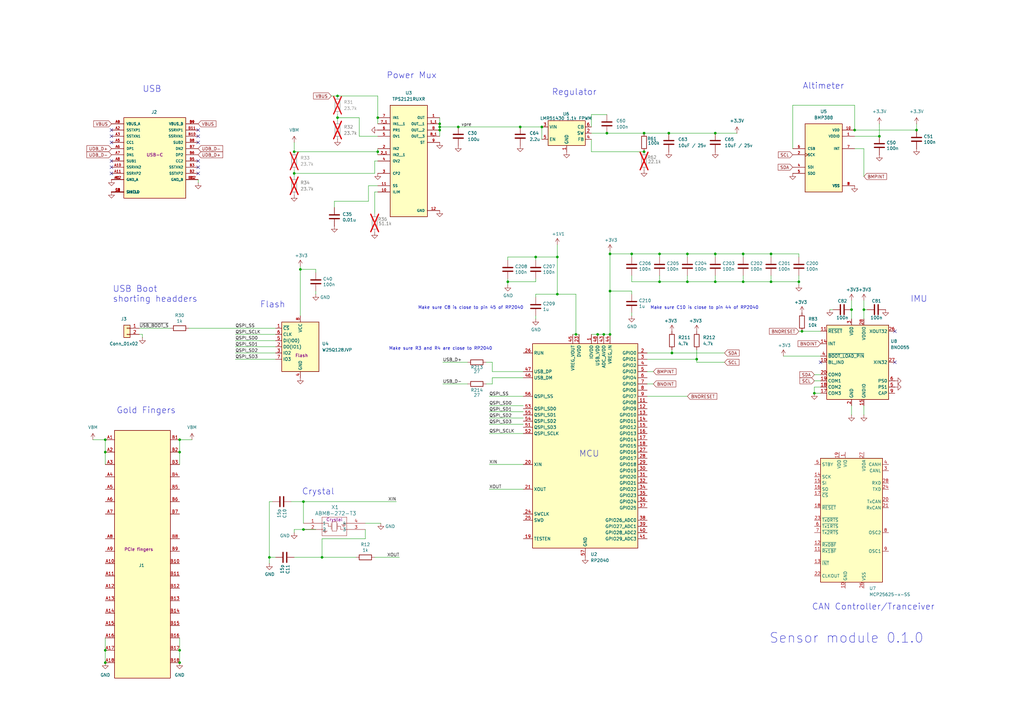
<source format=kicad_sch>
(kicad_sch (version 20231120) (generator "eeschema") (generator_version "8.0")
  (paper "A3")
  (junction (at 264.16 62.23))
  (junction (at 187.96 52.07))
  (junction (at 120.65 71.12))
  (junction (at 110.49 228.6))
  (junction (at 73.66 266.7))
  (junction (at 264.16 54.61))
  (junction (at 43.18 180.34))
  (junction (at 270.51 115.57))
  (junction (at 123.19 110.49))
  (junction (at 180.34 52.07))
  (junction (at 349.25 127))
  (junction (at 180.34 50.8))
  (junction (at 274.32 54.61))
  (junction (at 43.18 266.7))
  (junction (at 222.25 52.07))
  (junction (at 73.66 271.78))
  (junction (at 213.36 52.07))
  (junction (at 281.94 104.14))
  (junction (at 228.6 105.41))
  (junction (at 228.6 120.65))
  (junction (at 208.28 115.57))
  (junction (at 354.33 127))
  (junction (at 270.51 104.14))
  (junction (at 259.08 104.14))
  (junction (at 293.37 54.61))
  (junction (at 73.66 185.42))
  (junction (at 334.01 161.29))
  (junction (at 43.18 271.78))
  (junction (at 375.92 53.34))
  (junction (at 236.22 137.16))
  (junction (at 73.66 180.34))
  (junction (at 250.19 119.38))
  (junction (at 247.65 137.16))
  (junction (at 250.19 137.16))
  (junction (at 250.19 104.14))
  (junction (at 138.43 39.37))
  (junction (at 281.94 115.57))
  (junction (at 316.23 115.57))
  (junction (at 304.8 104.14))
  (junction (at 275.59 144.78))
  (junction (at 132.08 228.6))
  (junction (at 43.18 185.42))
  (junction (at 293.37 115.57))
  (junction (at 245.11 137.16))
  (junction (at 138.43 48.26))
  (junction (at 120.65 62.23))
  (junction (at 316.23 104.14))
  (junction (at 293.37 104.14))
  (junction (at 327.66 115.57))
  (junction (at 154.94 48.26))
  (junction (at 248.92 54.61))
  (junction (at 124.46 217.17))
  (junction (at 180.34 53.34))
  (junction (at 154.94 62.23))
  (junction (at 219.71 105.41))
  (junction (at 124.46 205.74))
  (junction (at 360.68 55.88))
  (junction (at 304.8 115.57))
  (junction (at 350.52 53.34))
  (junction (at 285.75 147.32))
  (junction (at 328.93 135.89))
  (no_connect (at 336.55 148.59))
  (no_connect (at 81.28 68.58))
  (no_connect (at 45.72 58.42))
  (no_connect (at 81.28 58.42))
  (no_connect (at 81.28 53.34))
  (no_connect (at 45.72 55.88))
  (no_connect (at 45.72 68.58))
  (no_connect (at 81.28 66.04))
  (no_connect (at 45.72 71.12))
  (no_connect (at 367.03 135.89))
  (no_connect (at 81.28 71.12))
  (no_connect (at 45.72 66.04))
  (no_connect (at 367.03 148.59))
  (no_connect (at 45.72 53.34))
  (no_connect (at 81.28 55.88))
  (wire (pts (xy 201.93 157.48) (xy 201.93 154.94)))
  (wire (pts (xy 200.66 171.45) (xy 214.63 171.45)))
  (wire (pts (xy 250.19 119.38) (xy 259.08 119.38)))
  (wire (pts (xy 153.67 71.12) (xy 120.65 71.12)))
  (wire (pts (xy 245.11 137.16) (xy 247.65 137.16)))
  (wire (pts (xy 360.68 55.88) (xy 360.68 50.8)))
  (wire (pts (xy 219.71 121.92) (xy 219.71 120.65)))
  (wire (pts (xy 267.97 152.4) (xy 265.43 152.4)))
  (wire (pts (xy 132.08 220.98) (xy 132.08 228.6)))
  (wire (pts (xy 201.93 148.59) (xy 201.93 152.4)))
  (wire (pts (xy 219.71 105.41) (xy 228.6 105.41)))
  (wire (pts (xy 96.52 137.16) (xy 113.03 137.16)))
  (wire (pts (xy 242.57 46.99) (xy 242.57 52.07)))
  (wire (pts (xy 355.6 127) (xy 354.33 127)))
  (wire (pts (xy 43.18 261.62) (xy 43.18 266.7)))
  (wire (pts (xy 321.31 146.05) (xy 336.55 146.05)))
  (wire (pts (xy 214.63 177.8) (xy 200.66 177.8)))
  (wire (pts (xy 208.28 114.3) (xy 208.28 115.57)))
  (wire (pts (xy 285.75 148.59) (xy 297.18 148.59)))
  (wire (pts (xy 334.01 158.75) (xy 334.01 161.29)))
  (wire (pts (xy 147.32 55.88) (xy 147.32 48.26)))
  (wire (pts (xy 73.66 266.7) (xy 73.66 271.78)))
  (wire (pts (xy 316.23 115.57) (xy 327.66 115.57)))
  (wire (pts (xy 259.08 128.27) (xy 259.08 129.54)))
  (wire (pts (xy 151.13 76.2) (xy 151.13 82.55)))
  (wire (pts (xy 119.38 205.74) (xy 124.46 205.74)))
  (wire (pts (xy 228.6 120.65) (xy 236.22 120.65)))
  (wire (pts (xy 120.65 217.17) (xy 120.65 218.44)))
  (wire (pts (xy 275.59 143.51) (xy 275.59 144.78)))
  (wire (pts (xy 265.43 147.32) (xy 285.75 147.32)))
  (wire (pts (xy 181.61 148.59) (xy 191.77 148.59)))
  (wire (pts (xy 123.19 110.49) (xy 123.19 129.54)))
  (wire (pts (xy 123.19 109.22) (xy 123.19 110.49)))
  (wire (pts (xy 120.65 62.23) (xy 154.94 62.23)))
  (wire (pts (xy 316.23 115.57) (xy 304.8 115.57)))
  (wire (pts (xy 120.65 72.39) (xy 120.65 71.12)))
  (wire (pts (xy 153.67 228.6) (xy 163.83 228.6)))
  (wire (pts (xy 43.18 180.34) (xy 43.18 185.42)))
  (wire (pts (xy 349.25 123.19) (xy 349.25 127)))
  (wire (pts (xy 281.94 115.57) (xy 270.51 115.57)))
  (wire (pts (xy 334.01 153.67) (xy 336.55 153.67)))
  (wire (pts (xy 151.13 76.2) (xy 154.94 76.2)))
  (wire (pts (xy 208.28 115.57) (xy 219.71 115.57)))
  (wire (pts (xy 149.86 217.17) (xy 149.86 220.98)))
  (wire (pts (xy 316.23 105.41) (xy 316.23 104.14)))
  (wire (pts (xy 327.66 115.57) (xy 327.66 116.84)))
  (wire (pts (xy 113.03 139.7) (xy 96.52 139.7)))
  (wire (pts (xy 304.8 113.03) (xy 304.8 115.57)))
  (wire (pts (xy 316.23 113.03) (xy 316.23 115.57)))
  (wire (pts (xy 340.36 127) (xy 341.63 127)))
  (wire (pts (xy 354.33 60.96) (xy 354.33 72.39)))
  (wire (pts (xy 138.43 39.37) (xy 154.94 39.37)))
  (wire (pts (xy 137.16 82.55) (xy 137.16 85.09)))
  (wire (pts (xy 110.49 228.6) (xy 110.49 231.14)))
  (wire (pts (xy 38.1 180.34) (xy 43.18 180.34)))
  (wire (pts (xy 350.52 43.18) (xy 325.12 43.18)))
  (wire (pts (xy 208.28 105.41) (xy 219.71 105.41)))
  (wire (pts (xy 200.66 166.37) (xy 214.63 166.37)))
  (wire (pts (xy 328.93 135.89) (xy 336.55 135.89)))
  (wire (pts (xy 270.51 105.41) (xy 270.51 104.14)))
  (wire (pts (xy 350.52 55.88) (xy 360.68 55.88)))
  (wire (pts (xy 316.23 104.14) (xy 327.66 104.14)))
  (wire (pts (xy 325.12 43.18) (xy 325.12 60.96)))
  (wire (pts (xy 304.8 115.57) (xy 293.37 115.57)))
  (wire (pts (xy 180.34 50.8) (xy 180.34 52.07)))
  (wire (pts (xy 281.94 104.14) (xy 293.37 104.14)))
  (wire (pts (xy 293.37 105.41) (xy 293.37 104.14)))
  (wire (pts (xy 214.63 200.66) (xy 200.66 200.66)))
  (wire (pts (xy 208.28 106.68) (xy 208.28 105.41)))
  (wire (pts (xy 120.65 71.12) (xy 120.65 69.85)))
  (wire (pts (xy 129.54 111.76) (xy 129.54 110.49)))
  (wire (pts (xy 180.34 52.07) (xy 180.34 53.34)))
  (wire (pts (xy 228.6 100.33) (xy 228.6 105.41)))
  (wire (pts (xy 138.43 48.26) (xy 138.43 46.99)))
  (wire (pts (xy 270.51 115.57) (xy 259.08 115.57)))
  (wire (pts (xy 247.65 137.16) (xy 250.19 137.16)))
  (wire (pts (xy 132.08 228.6) (xy 146.05 228.6)))
  (wire (pts (xy 236.22 120.65) (xy 236.22 137.16)))
  (wire (pts (xy 208.28 115.57) (xy 208.28 116.84)))
  (wire (pts (xy 234.95 137.16) (xy 236.22 137.16)))
  (wire (pts (xy 219.71 120.65) (xy 228.6 120.65)))
  (wire (pts (xy 259.08 105.41) (xy 259.08 104.14)))
  (wire (pts (xy 281.94 113.03) (xy 281.94 115.57)))
  (wire (pts (xy 129.54 110.49) (xy 123.19 110.49)))
  (wire (pts (xy 327.66 113.03) (xy 327.66 115.57)))
  (wire (pts (xy 354.33 123.19) (xy 354.33 127)))
  (wire (pts (xy 120.65 62.23) (xy 120.65 58.42)))
  (wire (pts (xy 297.18 144.78) (xy 275.59 144.78)))
  (wire (pts (xy 219.71 106.68) (xy 219.71 105.41)))
  (wire (pts (xy 154.94 48.26) (xy 154.94 50.8)))
  (wire (pts (xy 201.93 154.94) (xy 214.63 154.94)))
  (wire (pts (xy 43.18 266.7) (xy 43.18 271.78)))
  (wire (pts (xy 113.03 147.32) (xy 96.52 147.32)))
  (wire (pts (xy 259.08 104.14) (xy 270.51 104.14)))
  (wire (pts (xy 281.94 162.56) (xy 265.43 162.56)))
  (wire (pts (xy 275.59 144.78) (xy 265.43 144.78)))
  (wire (pts (xy 110.49 205.74) (xy 110.49 228.6)))
  (wire (pts (xy 180.34 52.07) (xy 187.96 52.07)))
  (wire (pts (xy 77.47 134.62) (xy 113.03 134.62)))
  (wire (pts (xy 153.67 66.04) (xy 153.67 71.12)))
  (wire (pts (xy 259.08 113.03) (xy 259.08 115.57)))
  (wire (pts (xy 264.16 62.23) (xy 242.57 62.23)))
  (wire (pts (xy 149.86 214.63) (xy 156.21 214.63)))
  (wire (pts (xy 250.19 119.38) (xy 250.19 137.16)))
  (wire (pts (xy 213.36 52.07) (xy 222.25 52.07)))
  (wire (pts (xy 124.46 205.74) (xy 162.56 205.74)))
  (wire (pts (xy 304.8 105.41) (xy 304.8 104.14)))
  (wire (pts (xy 154.94 39.37) (xy 154.94 48.26)))
  (wire (pts (xy 259.08 120.65) (xy 259.08 119.38)))
  (wire (pts (xy 293.37 54.61) (xy 302.26 54.61)))
  (wire (pts (xy 334.01 156.21) (xy 336.55 156.21)))
  (wire (pts (xy 354.33 166.37) (xy 354.33 170.18)))
  (wire (pts (xy 58.42 137.16) (xy 58.42 138.43)))
  (wire (pts (xy 180.34 48.26) (xy 180.34 50.8)))
  (wire (pts (xy 285.75 148.59) (xy 285.75 147.32)))
  (wire (pts (xy 293.37 113.03) (xy 293.37 115.57)))
  (wire (pts (xy 349.25 170.18) (xy 349.25 166.37)))
  (wire (pts (xy 375.92 53.34) (xy 375.92 50.8)))
  (wire (pts (xy 228.6 105.41) (xy 228.6 120.65)))
  (wire (pts (xy 78.74 180.34) (xy 73.66 180.34)))
  (wire (pts (xy 113.03 142.24) (xy 96.52 142.24)))
  (wire (pts (xy 327.66 135.89) (xy 328.93 135.89)))
  (wire (pts (xy 147.32 48.26) (xy 138.43 48.26)))
  (wire (pts (xy 73.66 180.34) (xy 73.66 185.42)))
  (wire (pts (xy 129.54 119.38) (xy 129.54 120.65)))
  (wire (pts (xy 293.37 115.57) (xy 281.94 115.57)))
  (wire (pts (xy 334.01 161.29) (xy 336.55 161.29)))
  (wire (pts (xy 199.39 157.48) (xy 201.93 157.48)))
  (wire (pts (xy 153.67 78.74) (xy 154.94 78.74)))
  (wire (pts (xy 200.66 173.99) (xy 214.63 173.99)))
  (wire (pts (xy 285.75 143.51) (xy 285.75 147.32)))
  (wire (pts (xy 138.43 49.53) (xy 138.43 48.26)))
  (wire (pts (xy 110.49 205.74) (xy 111.76 205.74)))
  (wire (pts (xy 354.33 127) (xy 354.33 130.81)))
  (wire (pts (xy 281.94 105.41) (xy 281.94 104.14)))
  (wire (pts (xy 120.65 228.6) (xy 132.08 228.6)))
  (wire (pts (xy 274.32 54.61) (xy 293.37 54.61)))
  (wire (pts (xy 200.66 190.5) (xy 214.63 190.5)))
  (wire (pts (xy 73.66 185.42) (xy 73.66 190.5)))
  (wire (pts (xy 267.97 157.48) (xy 265.43 157.48)))
  (wire (pts (xy 120.65 217.17) (xy 124.46 217.17)))
  (wire (pts (xy 154.94 62.23) (xy 154.94 63.5)))
  (wire (pts (xy 350.52 53.34) (xy 375.92 53.34)))
  (wire (pts (xy 187.96 52.07) (xy 213.36 52.07)))
  (wire (pts (xy 57.15 137.16) (xy 58.42 137.16)))
  (wire (pts (xy 250.19 102.87) (xy 250.19 104.14)))
  (wire (pts (xy 250.19 104.14) (xy 259.08 104.14)))
  (wire (pts (xy 81.28 74.93) (xy 81.28 73.66)))
  (wire (pts (xy 354.33 60.96) (xy 350.52 60.96)))
  (wire (pts (xy 181.61 157.48) (xy 191.77 157.48)))
  (wire (pts (xy 214.63 162.56) (xy 200.66 162.56)))
  (wire (pts (xy 304.8 104.14) (xy 316.23 104.14)))
  (wire (pts (xy 270.51 113.03) (xy 270.51 115.57)))
  (wire (pts (xy 124.46 217.17) (xy 129.54 217.17)))
  (wire (pts (xy 349.25 127) (xy 349.25 130.81)))
  (wire (pts (xy 248.92 46.99) (xy 242.57 46.99)))
  (wire (pts (xy 73.66 261.62) (xy 73.66 266.7)))
  (wire (pts (xy 350.52 53.34) (xy 350.52 43.18)))
  (wire (pts (xy 154.94 55.88) (xy 147.32 55.88)))
  (wire (pts (xy 201.93 152.4) (xy 214.63 152.4)))
  (wire (pts (xy 113.03 228.6) (xy 110.49 228.6)))
  (wire (pts (xy 242.57 62.23) (xy 242.57 57.15)))
  (wire (pts (xy 153.67 87.63) (xy 153.67 78.74)))
  (wire (pts (xy 153.67 66.04) (xy 154.94 66.04)))
  (wire (pts (xy 149.86 220.98) (xy 132.08 220.98)))
  (wire (pts (xy 222.25 52.07) (xy 222.25 57.15)))
  (wire (pts (xy 264.16 54.61) (xy 274.32 54.61)))
  (wire (pts (xy 219.71 129.54) (xy 219.71 130.81)))
  (wire (pts (xy 250.19 104.14) (xy 250.19 119.38)))
  (wire (pts (xy 236.22 137.16) (xy 237.49 137.16)))
  (wire (pts (xy 248.92 54.61) (xy 264.16 54.61)))
  (wire (pts (xy 124.46 205.74) (xy 124.46 214.63)))
  (wire (pts (xy 199.39 148.59) (xy 201.93 148.59)))
  (wire (pts (xy 327.66 105.41) (xy 327.66 104.14)))
  (wire (pts (xy 219.71 115.57) (xy 219.71 114.3)))
  (wire (pts (xy 242.57 54.61) (xy 248.92 54.61)))
  (wire (pts (xy 43.18 185.42) (xy 43.18 190.5)))
  (wire (pts (xy 200.66 168.91) (xy 214.63 168.91)))
  (wire (pts (xy 293.37 104.14) (xy 304.8 104.14)))
  (wire (pts (xy 154.94 60.96) (xy 154.94 62.23)))
  (wire (pts (xy 69.85 134.62) (xy 57.15 134.62)))
  (wire (pts (xy 270.51 104.14) (xy 281.94 104.14)))
  (wire (pts (xy 334.01 158.75) (xy 336.55 158.75)))
  (wire (pts (xy 242.57 137.16) (xy 245.11 137.16)))
  (wire (pts (xy 137.16 82.55) (xy 151.13 82.55)))
  (wire (pts (xy 180.34 53.34) (xy 180.34 55.88)))
  (wire (pts (xy 113.03 144.78) (xy 96.52 144.78)))
  (wire (pts (xy 138.43 39.37) (xy 135.89 39.37)))
  (text "Make sure C10 is close to pin 44 of RP2040" (at 266.7 127 0) (effects (font (size 1.27 1.27)) (justify left bottom)))
  (text "Make sure C8 is close to pin 45 of RP2040" (at 171.45 127 0) (effects (font (size 1.27 1.27)) (justify left bottom)))
  (text "Crystal" (at 123.825 203.2 0) (effects (font (size 2.54 2.54)) (justify left bottom)))
  (text "Altimeter" (at 329.184 36.83 0) (effects (font (size 2.54 2.54)) (justify left bottom)))
  (text "IMU" (at 373.38 124.206 0) (effects (font (size 2.54 2.54)) (justify left bottom)))
  (text "USB" (at 58.42 38.1 0) (effects (font (size 2.54 2.54)) (justify left bottom)))
  (text "Make sure R3 and R4 are close to RP2040" (at 201.93 143.764 0) (effects (font (size 1.27 1.27)) (justify right bottom)))
  (text "Regulator" (at 226.314 39.37 0) (effects (font (size 2.54 2.54)) (justify left bottom)))
  (text "USB Boot \nshorting headders" (at 46.228 124.206 0) (effects (font (size 2.54 2.54)) (justify left bottom)))
  (text "Sensor module 0.1.0" (at 315.468 264.16 0) (effects (font (size 4 4)) (justify left bottom)))
  (text "Power Mux" (at 158.496 32.512 0) (effects (font (size 2.54 2.54)) (justify left bottom)))
  (text "Gold Fingers" (at 47.752 169.926 0) (effects (font (size 2.54 2.54)) (justify left bottom)))
  (text "MCU" (at 237.49 187.706 0) (effects (font (size 2.54 2.54)) (justify left bottom)))
  (text "CAN Controller/Tranceiver" (at 332.994 250.444 0) (effects (font (size 2.54 2.54)) (justify left bottom)))
  (text "Flash" (at 106.68 126.492 0) (effects (font (size 2.54 2.54)) (justify left bottom)))
  (label "~{USB_BOOT_S}" (at 57.15 134.62 0))
  (label "QSPI_SD3" (at 200.66 173.99 0))
  (label "QSPI_SD1" (at 96.52 142.24 0))
  (label "XIN" (at 200.66 190.5 0))
  (label "USB_D+" (at 181.61 148.59 0))
  (label "QSPI_SS" (at 96.52 134.62 0))
  (label "QSPI_SD3" (at 96.52 147.32 0))
  (label "XIN" (at 162.56 205.74 180))
  (label "QSPI_SD2" (at 96.52 144.78 0))
  (label "QSPI_SS" (at 200.66 162.56 0))
  (label "XOUT" (at 163.83 228.6 180))
  (label "QSPI_SCLK" (at 96.52 137.16 0))
  (label "QSPI_SD1" (at 200.66 168.91 0))
  (label "QSPI_SCLK" (at 200.66 177.8 0))
  (label "USB_D-" (at 181.61 157.48 0))
  (label "QSPI_SD2" (at 200.66 171.45 0))
  (label "vpre" (at 189.23 52.07 0))
  (label "QSPI_SD0" (at 96.52 139.7 0))
  (label "XOUT" (at 200.66 200.66 0))
  (label "QSPI_SD0" (at 200.66 166.37 0))
  (global_label "UDB_D-" (shape input) (at 45.72 63.5 180) (property "Intersheetrefs" "${INTERSHEET_REFS}" (effects (hide yes))))
  (global_label "BNOINT" (shape input) (at 267.97 157.48 0) (property "Intersheetrefs" "${INTERSHEET_REFS}" (effects (hide yes))))
  (global_label "BNORESET" (shape input) (at 327.66 135.89 180) (property "Intersheetrefs" "${INTERSHEET_REFS}" (effects (hide yes))))
  (global_label "SDA" (shape input) (at 325.12 68.58 180) (property "Intersheetrefs" "${INTERSHEET_REFS}" (effects (hide yes))))
  (global_label "SCL" (shape input) (at 297.18 148.59 0) (property "Intersheetrefs" "${INTERSHEET_REFS}" (effects (hide yes))))
  (global_label "BNOINT" (shape input) (at 336.55 140.97 180) (property "Intersheetrefs" "${INTERSHEET_REFS}" (effects (hide yes))))
  (global_label "SDA" (shape input) (at 334.01 153.67 180) (property "Intersheetrefs" "${INTERSHEET_REFS}" (effects (hide yes))))
  (global_label "UDB_D+" (shape input) (at 45.72 60.96 180) (property "Intersheetrefs" "${INTERSHEET_REFS}" (effects (hide yes))))
  (global_label "VBUS" (shape input) (at 135.89 39.37 180) (property "Intersheetrefs" "${INTERSHEET_REFS}" (effects (hide yes))))
  (global_label "UDB_D+" (shape input) (at 81.28 63.5 0) (property "Intersheetrefs" "${INTERSHEET_REFS}" (effects (hide yes))))
  (global_label "UDB_D-" (shape input) (at 81.28 60.96 0) (property "Intersheetrefs" "${INTERSHEET_REFS}" (effects (hide yes))))
  (global_label "BNORESET" (shape input) (at 281.94 162.56 0) (property "Intersheetrefs" "${INTERSHEET_REFS}" (effects (hide yes))))
  (global_label "VBUS" (shape input) (at 45.72 50.8 180) (property "Intersheetrefs" "${INTERSHEET_REFS}" (effects (hide yes))))
  (global_label "BMPINT" (shape input) (at 267.97 152.4 0) (property "Intersheetrefs" "${INTERSHEET_REFS}" (effects (hide yes))))
  (global_label "SCL" (shape input) (at 334.01 156.21 180) (property "Intersheetrefs" "${INTERSHEET_REFS}" (effects (hide yes))))
  (global_label "VBUS" (shape input) (at 81.28 50.8 0) (property "Intersheetrefs" "${INTERSHEET_REFS}" (effects (hide yes))))
  (global_label "SCL" (shape input) (at 325.12 63.5 180) (property "Intersheetrefs" "${INTERSHEET_REFS}" (effects (hide yes))))
  (global_label "SDA" (shape input) (at 297.18 144.78 0) (property "Intersheetrefs" "${INTERSHEET_REFS}" (effects (hide yes))))
  (global_label "BMPINT" (shape input) (at 354.33 72.39 0) (property "Intersheetrefs" "${INTERSHEET_REFS}" (effects (hide yes))))
  (symbol (lib_id "Device:C") (at 345.44 127 90) (unit 1)
    (property "Reference" "C82" (at 347.472 123.444 90) (effects (justify left)))
    (property "Value" "100n" (at 347.98 130.302 90) (effects (justify left)))
    (property "Footprint" "Capacitor_SMD:C_0402_1005Metric" (effects (hide yes)))
    (property "info" "100nF Cap" (effects (hide yes)))
    (property "LCSC Part #" "C307331" (effects (hide yes)))
    (property "basic?" "yes" (effects (hide yes)))
    (property "link" "https://jlcpcb.com/partdetail/291005-CL05B104KB54PNC/C307331" (effects (hide yes)))
    (property "price" "C$0.0077 " (effects (hide yes)))
  )
  (symbol (lib_id "crystal:ABM8-272-T3") (at 124.46 214.63 0) (unit 1)
    (property "Reference" "X1" (at 137.414 208.026 0) (effects (font (size 1.524 1.524))))
    (property "Value" "ABM8-272-T3" (at 137.668 210.566 0) (effects (font (size 1.524 1.524))))
    (property "Footprint" "crystal:ABM8-272-T3_ABR" (effects (hide yes)))
    (property "Datasheet" "ABM8-272-T3" (effects (hide yes)))
    (property "LCSC Part #" "C20625731" (effects (hide yes)))
    (property "basic?" "no" (effects (hide yes)))
    (property "info" "Crystal" (at 137.16 213.106 0))
    (property "link" "https://jlcpcb.com/partdetail/AbraconLlc-ABM8_272T3/C20625731" (effects (hide yes)))
    (property "price" "C$0.6692 " (effects (hide yes)))
  )
  (symbol (lib_id "Device:C") (at 270.51 109.22 0) (unit 1)
    (property "Reference" "C205" (at 273.431 108.0516 0) (effects (justify left)))
    (property "Value" "100n" (at 273.431 110.363 0) (effects (justify left)))
    (property "Footprint" "Capacitor_SMD:C_0402_1005Metric" (effects (hide yes)))
    (property "info" "100nF Cap" (effects (hide yes)))
    (property "LCSC Part #" "C307331" (effects (hide yes)))
    (property "basic?" "yes" (effects (hide yes)))
    (property "link" "https://jlcpcb.com/partdetail/291005-CL05B104KB54PNC/C307331" (effects (hide yes)))
    (property "price" "C$0.0077 " (effects (hide yes)))
  )
  (symbol (lib_id "power:GND") (at 73.66 271.78 0) (unit 1)
    (property "Reference" "#PWR014" (effects (hide yes)))
    (property "Value" "GND" (at 73.66 276.86 0))
    (property "Description" "Power symbol creates a global label with name \"GND\" , ground" (effects (hide yes)))
  )
  (symbol (lib_id "power:+3V3") (at 275.59 135.89 0) (unit 1)
    (property "Reference" "#PWR041" (effects (hide yes)))
    (property "Value" "+3V3" (at 275.082 131.572 0))
  )
  (symbol (lib_id "Device:C") (at 293.37 109.22 0) (unit 1)
    (property "Reference" "C203" (at 296.291 108.0516 0) (effects (justify left)))
    (property "Value" "100n" (at 296.291 110.363 0) (effects (justify left)))
    (property "Footprint" "Capacitor_SMD:C_0402_1005Metric" (effects (hide yes)))
    (property "info" "100nF Cap" (effects (hide yes)))
    (property "LCSC Part #" "C307331" (effects (hide yes)))
    (property "basic?" "yes" (effects (hide yes)))
    (property "link" "https://jlcpcb.com/partdetail/291005-CL05B104KB54PNC/C307331" (effects (hide yes)))
    (property "price" "C$0.0077 " (effects (hide yes)))
  )
  (symbol (lib_id "power:+3V3") (at 123.19 109.22 0) (unit 1)
    (property "Reference" "#PWR012" (effects (hide yes)))
    (property "Value" "+3V3" (at 123.571 104.8258 0))
  )
  (symbol (lib_id "Device:C") (at 293.37 58.42 0) (unit 1)
    (property "Reference" "C65" (at 297.18 57.1499 0) (effects (justify left)))
    (property "Value" "10uF / 25v" (at 297.18 59.6899 0) (effects (justify left)))
    (property "Footprint" "0603" (effects (hide yes)))
    (property "Description" "Unpolarized capacitor" (effects (hide yes)))
    (property "LCSC Part #" "C96446" (effects (hide yes)))
    (property "basic?" "yes" (effects (hide yes)))
    (property "info" "20uF / 25v cap" (effects (hide yes)))
    (property "link" "https://jlcpcb.com/partdetail/97651-CL10A106MA8NRNC/C96446" (effects (hide yes)))
    (property "price" "C$0.0226" (effects (hide yes)))
  )
  (symbol (lib_id "power:GND") (at 375.92 60.96 0) (unit 1)
    (property "Reference" "#PWR040" (effects (hide yes)))
    (property "Value" "GND" (effects (hide yes)))
    (property "Description" "Power symbol creates a global label with name \"GND\" , ground" (effects (hide yes)))
  )
  (symbol (lib_id "Device:C") (at 208.28 110.49 0) (unit 1)
    (property "Reference" "C208" (at 211.201 109.3216 0) (effects (justify left)))
    (property "Value" "100n" (at 211.201 111.633 0) (effects (justify left)))
    (property "Footprint" "Capacitor_SMD:C_0402_1005Metric" (effects (hide yes)))
    (property "info" "100nF Cap" (effects (hide yes)))
    (property "LCSC Part #" "C307331" (effects (hide yes)))
    (property "basic?" "yes" (effects (hide yes)))
    (property "link" "https://jlcpcb.com/partdetail/291005-CL05B104KB54PNC/C307331" (effects (hide yes)))
    (property "price" "C$0.0077 " (effects (hide yes)))
  )
  (symbol (lib_id "power:GND") (at 293.37 62.23 0) (unit 1)
    (property "Reference" "#PWR056" (effects (hide yes)))
    (property "Value" "GND" (effects (hide yes)))
    (property "Description" "Power symbol creates a global label with name \"GND\" , ground" (effects (hide yes)))
  )
  (symbol (lib_id "Device:R") (at 285.75 139.7 180) (unit 1)
    (property "Reference" "R212" (at 288.29 138.4299 0) (effects (justify right)))
    (property "Value" "4.7k" (at 288.29 140.9699 0) (effects (justify right)))
    (property "Footprint" "Resistor_SMD:R_0402_1005Metric" (effects (hide yes)))
    (property "Description" "Resistor" (effects (hide yes)))
    (property "LCSC Part #" "C25900" (effects (hide yes)))
    (property "basic?" "yes" (effects (hide yes)))
    (property "info" "4.7k ohm" (effects (hide yes)))
    (property "link" "https://jlcpcb.com/partdetail/26643-0402WGF4701TCE/C25900" (effects (hide yes)))
    (property "price" "C$0.0007 " (effects (hide yes)))
  )
  (symbol (lib_id "Device:C") (at 304.8 109.22 0) (unit 1)
    (property "Reference" "C202" (at 307.721 108.0516 0) (effects (justify left)))
    (property "Value" "100n" (at 307.721 110.363 0) (effects (justify left)))
    (property "Footprint" "Capacitor_SMD:C_0402_1005Metric" (effects (hide yes)))
    (property "info" "100nF Cap" (effects (hide yes)))
    (property "LCSC Part #" "C307331" (effects (hide yes)))
    (property "basic?" "yes" (effects (hide yes)))
    (property "link" "https://jlcpcb.com/partdetail/291005-CL05B104KB54PNC/C307331" (effects (hide yes)))
    (property "price" "C$0.0077 " (effects (hide yes)))
  )
  (symbol (lib_id "Device:R") (at 120.65 66.04 0) (unit 1) (dnp yes)
    (property "Reference" "R33" (at 123.19 64.7699 0) (effects (justify left)))
    (property "Value" "23.7k" (at 123.19 67.3099 0) (effects (justify left)))
    (property "Footprint" "0603" (effects (hide yes)))
    (property "Description" "Resistor" (effects (hide yes)))
    (property "LCSC Part #" "C22912" (effects (hide yes)))
    (property "basic?" "no" (effects (hide yes)))
    (property "info" "23.7k ohm" (effects (hide yes)))
    (property "link" "https://jlcpcb.com/partdetail/23639-0603WAF2372T5E/C22912" (effects (hide yes)))
    (property "price" "C$0.0013 " (effects (hide yes)))
  )
  (symbol (lib_id "power:VAA") (at 78.74 180.34 0) (unit 1)
    (property "Reference" "#PWR019" (effects (hide yes)))
    (property "Value" "VBM" (at 78.74 175.26 0))
    (property "Description" "Power symbol creates a global label with name \"VAA\"" (effects (hide yes)))
  )
  (symbol (lib_id "power:GND") (at 340.36 127 0) (unit 1)
    (property "Reference" "#PWR050" (effects (hide yes)))
    (property "Value" "GND" (effects (hide yes)))
  )
  (symbol (lib_id "power:+3V3") (at 328.93 128.27 0) (unit 1)
    (property "Reference" "#PWR051" (effects (hide yes)))
    (property "Value" "+3V3" (at 328.422 123.952 0))
  )
  (symbol (lib_id "power:GND") (at 367.03 158.75 90) (unit 1)
    (property "Reference" "#PWR053" (effects (hide yes)))
    (property "Value" "GND" (effects (hide yes)))
  )
  (symbol (lib_id "Device:C") (at 115.57 205.74 270) (unit 1)
    (property "Reference" "C10" (at 116.7384 208.661 0) (effects (justify left)))
    (property "Value" "15p" (at 114.427 208.661 0) (effects (justify left)))
    (property "Footprint" "Capacitor_SMD:C_0402_1005Metric" (effects (hide yes)))
    (property "LCSC Part #" "C1548" (effects (hide yes)))
    (property "basic?" "yes" (effects (hide yes)))
    (property "info" "15pF Cap" (effects (hide yes)))
    (property "link" "https://jlcpcb.com/partdetail/1900-0402CG150J500NT/C1548" (effects (hide yes)))
    (property "price" "C$0.0013 " (effects (hide yes)))
  )
  (symbol (lib_id "Device:R") (at 195.58 157.48 90) (unit 1)
    (property "Reference" "R214" (at 195.58 160.02 90))
    (property "Value" "27" (at 195.58 162.052 90))
    (property "Footprint" "Resistor_SMD:R_0603_1608Metric" (effects (hide yes)))
    (property "LCSC Part #" "C25190" (effects (hide yes)))
    (property "basic?" "extended prefered" (effects (hide yes)))
    (property "info" "27 ohm" (effects (hide yes)))
    (property "link" "https://jlcpcb.com/partdetail/25933-0603WAF270JT5E/C25190" (effects (hide yes)))
    (property "price" "C$0.0013" (effects (hide yes)))
  )
  (symbol (lib_id "power:GND") (at 138.43 57.15 0) (unit 1)
    (property "Reference" "#PWR027" (effects (hide yes)))
    (property "Value" "GND" (effects (hide yes)))
    (property "Description" "Power symbol creates a global label with name \"GND\" , ground" (effects (hide yes)))
  )
  (symbol (lib_id "Device:C") (at 219.71 125.73 0) (unit 1)
    (property "Reference" "C209" (at 222.631 124.5616 0) (effects (justify left)))
    (property "Value" "1u" (at 222.631 126.873 0) (effects (justify left)))
    (property "Footprint" "Capacitor_SMD:C_0402_1005Metric" (effects (hide yes)))
    (property "info" "1uF Cap" (effects (hide yes)))
    (property "LCSC Part #" "C52923" (effects (hide yes)))
    (property "basic?" "yes" (effects (hide yes)))
    (property "link" "https://jlcpcb.com/partdetail/53938-CL05A105KA5NQNC/C52923" (effects (hide yes)))
    (property "price" "C$0.0041 " (effects (hide yes)))
  )
  (symbol (lib_id "Sensor_Motion:BNO055") (at 351.79 148.59 0) (unit 1)
    (property "Reference" "U8" (at 365.252 139.954 0) (effects (justify left)))
    (property "Value" "BNO055" (at 365.252 142.494 0) (effects (justify left)))
    (property "Footprint" "Package_LGA:LGA-28_5.2x3.8mm_P0.5mm" (effects (hide yes)))
    (property "Datasheet" "https://www.bosch-sensortec.com/media/boschsensortec/downloads/datasheets/bst-bno055-ds000.pdf" (effects (hide yes)))
    (property "Description" "Intelligent 9-axis absolute orientation sensor, LGA-28" (effects (hide yes)))
    (property "LCSC" "C93216" (effects (hide yes)))
    (property "basic?" "no" (effects (hide yes)))
    (property "price" "C$14.0435 " (effects (hide yes)))
    (property "link" "https://jlcpcb.com/partdetail/BoschSensortec-BNO055/C93216" (effects (hide yes)))
    (property "LCSC Part #" "C93216" (effects (hide yes)))
    (property "info" "IMU" (effects (hide yes)))
  )
  (symbol (lib_id "Device:C") (at 259.08 124.46 0) (unit 1)
    (property "Reference" "C210" (at 262.001 123.2916 0) (effects (justify left)))
    (property "Value" "1u" (at 262.001 125.603 0) (effects (justify left)))
    (property "Footprint" "Capacitor_SMD:C_0402_1005Metric" (effects (hide yes)))
    (property "info" "1uF Cap" (effects (hide yes)))
    (property "LCSC Part #" "C52923" (effects (hide yes)))
    (property "basic?" "yes" (effects (hide yes)))
    (property "link" "https://jlcpcb.com/partdetail/53938-CL05A105KA5NQNC/C52923" (effects (hide yes)))
    (property "price" "C$0.0041 " (effects (hide yes)))
  )
  (symbol (lib_id "power:GND") (at 154.94 71.12 0) (unit 1)
    (property "Reference" "#PWR030" (effects (hide yes)))
    (property "Value" "GND" (effects (hide yes)))
    (property "Description" "Power symbol creates a global label with name \"GND\" , ground" (effects (hide yes)))
  )
  (symbol (lib_id "power:GND") (at 240.03 228.6 0) (unit 1)
    (property "Reference" "#PWR035" (effects (hide yes)))
    (property "Value" "GND" (effects (hide yes)))
    (property "Description" "Power symbol creates a global label with name \"GND\" , ground" (effects (hide yes)))
  )
  (symbol (lib_id "power:GND") (at 349.25 170.18 0) (unit 1)
    (property "Reference" "#PWR046" (effects (hide yes)))
    (property "Value" "GND" (effects (hide yes)))
  )
  (symbol (lib_id "Device:R") (at 120.65 76.2 0) (unit 1) (dnp yes)
    (property "Reference" "R34" (at 123.19 74.9299 0) (effects (justify left)))
    (property "Value" "23.7k" (at 123.19 77.4699 0) (effects (justify left)))
    (property "Footprint" "0603" (effects (hide yes)))
    (property "Description" "Resistor" (effects (hide yes)))
    (property "LCSC Part #" "C22912" (effects (hide yes)))
    (property "basic?" "no" (effects (hide yes)))
    (property "info" "23.7k ohm" (effects (hide yes)))
    (property "link" "https://jlcpcb.com/partdetail/23639-0603WAF2372T5E/C22912" (effects (hide yes)))
    (property "price" "C$0.0013 " (effects (hide yes)))
  )
  (symbol (lib_id "power:GND") (at 43.18 271.78 0) (unit 1)
    (property "Reference" "#PWR015" (effects (hide yes)))
    (property "Value" "GND" (at 43.18 276.86 0))
    (property "Description" "Power symbol creates a global label with name \"GND\" , ground" (effects (hide yes)))
  )
  (symbol (lib_id "power:GND") (at 120.65 80.01 0) (unit 1)
    (property "Reference" "#PWR029" (effects (hide yes)))
    (property "Value" "GND" (effects (hide yes)))
    (property "Description" "Power symbol creates a global label with name \"GND\" , ground" (effects (hide yes)))
  )
  (symbol (lib_id "TPS2121RUXR:TPS2121RUXR") (at 167.64 63.5 0) (unit 1)
    (property "Reference" "U3" (at 167.64 38.1 0))
    (property "Value" "TPS2121RUXR" (at 167.64 40.64 0))
    (property "Footprint" "TPS2121RUXR:IC_TPS2121RUXR" (effects (hide yes)))
    (property "STANDARD" "Manufacturer Recommendations" (effects (hide yes)))
    (property "MANUFACTURER" "TEXAS INSTRUMENTS" (effects (hide yes)))
    (property "LCSC Part #" "C485916" (effects (hide yes)))
    (property "info" "Power MUX" (effects (hide yes)))
    (property "link" "https://jlcpcb.com/partdetail/TexasInstruments-TPS2121RUXR/C485916" (effects (hide yes)))
    (property "price" "C$1.3394 " (effects (hide yes)))
  )
  (symbol (lib_id "Regulator_Switching:LMR51430") (at 232.41 54.61 0) (unit 1)
    (property "Reference" "U6" (at 232.156 46.736 0))
    (property "Value" "LMR51430 1.1k FPWM" (at 232.156 48.514 0))
    (property "Footprint" "Package_TO_SOT_SMD:SOT-23-6" (effects (hide yes)))
    (property "Datasheet" "https://www.ti.com/lit/ds/symlink/lmr51430.pdf" (effects (hide yes)))
    (property "Description" "4.5-V to 36-V, 3-A synchronous buck converter with 40-µA IQ, SOT-23-6" (effects (hide yes)))
    (property "LCSC Part #" "C5219261" (effects (hide yes)))
    (property "basic?" "no" (effects (hide yes)))
    (property "info" "DC-DC Converter" (effects (hide yes)))
    (property "link" "https://jlcpcb.com/partdetail/TexasInstruments-LMR51430YFDDCR/C5219261" (effects (hide yes)))
    (property "price" "C$1.4952 " (effects (hide yes)))
  )
  (symbol (lib_id "power:GND") (at 274.32 62.23 0) (unit 1)
    (property "Reference" "#PWR034" (effects (hide yes)))
    (property "Value" "GND" (effects (hide yes)))
    (property "Description" "Power symbol creates a global label with name \"GND\" , ground" (effects (hide yes)))
  )
  (symbol (lib_id "power:GND") (at 259.08 129.54 0) (unit 1)
    (property "Reference" "#PWR05" (effects (hide yes)))
    (property "Value" "GND" (at 259.207 133.9342 0))
  )
  (symbol (lib_id "power:GND") (at 354.33 170.18 0) (unit 1)
    (property "Reference" "#PWR045" (effects (hide yes)))
    (property "Value" "GND" (effects (hide yes)))
  )
  (symbol (lib_id "power:GND") (at 180.34 58.42 0) (unit 1)
    (property "Reference" "#PWR023" (effects (hide yes)))
    (property "Value" "GND" (effects (hide yes)))
    (property "Description" "Power symbol creates a global label with name \"GND\" , ground" (effects (hide yes)))
  )
  (symbol (lib_id "power:+3V3") (at 285.75 135.89 0) (unit 1)
    (property "Reference" "#PWR044" (effects (hide yes)))
    (property "Value" "+3V3" (at 285.242 131.572 0))
  )
  (symbol (lib_id "Connector:Bus_PCI_Express_x1") (at 58.42 219.71 0) (unit 1)
    (property "Reference" "J1" (at 56.896 231.902 0) (effects (justify left)))
    (property "Value" "Bus_PCI_Express_x1" (effects (hide yes)))
    (property "Footprint" "Connector_PCBEdge:BUS_PCIexpress_x1" (effects (hide yes)))
    (property "Datasheet" "http://www.ritrontek.com/uploadfile/2016/1026/20161026105231124.pdf#page=63" (effects (hide yes)))
    (property "Description" "PCI Express bus connector x1" (effects (hide yes)))
    (property "basic?" "n/a" (effects (hide yes)))
    (property "price" "n/a" (effects (hide yes)))
    (property "link" "n/a" (effects (hide yes)))
    (property "LCSC Part #" "n/a" (effects (hide yes)))
    (property "info" "PCIe fingers" (at 56.896 225.298 0))
  )
  (symbol (lib_id "power:GND") (at 58.42 138.43 0) (unit 1)
    (property "Reference" "#PWR011" (effects (hide yes)))
    (property "Value" "GND" (effects (hide yes)))
  )
  (symbol (lib_id "power:GND") (at 219.71 130.81 0) (unit 1)
    (property "Reference" "#PWR08" (effects (hide yes)))
    (property "Value" "GND" (at 219.837 135.2042 0))
  )
  (symbol (lib_id "Device:R") (at 138.43 53.34 0) (unit 1) (dnp yes)
    (property "Reference" "R32" (at 140.97 52.0699 0) (effects (justify left)))
    (property "Value" "23.7k" (at 140.97 54.6099 0) (effects (justify left)))
    (property "Footprint" "0603" (effects (hide yes)))
    (property "Description" "Resistor" (effects (hide yes)))
    (property "LCSC Part #" "C22912" (effects (hide yes)))
    (property "basic?" "no" (effects (hide yes)))
    (property "info" "23.7k ohm" (effects (hide yes)))
    (property "link" "https://jlcpcb.com/partdetail/23639-0603WAF2372T5E/C22912" (effects (hide yes)))
    (property "price" "C$0.0013 " (effects (hide yes)))
  )
  (symbol (lib_id "Device:C") (at 375.92 57.15 0) (unit 1)
    (property "Reference" "C51" (at 378.841 55.9816 0) (effects (justify left)))
    (property "Value" "100n" (at 378.841 58.293 0) (effects (justify left)))
    (property "Footprint" "Capacitor_SMD:C_0402_1005Metric" (effects (hide yes)))
    (property "info" "100nF Cap" (effects (hide yes)))
    (property "LCSC Part #" "C307331" (effects (hide yes)))
    (property "basic?" "yes" (effects (hide yes)))
    (property "link" "https://jlcpcb.com/partdetail/291005-CL05B104KB54PNC/C307331" (effects (hide yes)))
    (property "price" "C$0.0077 " (effects (hide yes)))
  )
  (symbol (lib_id "Device:R") (at 73.66 134.62 270) (unit 1)
    (property "Reference" "R30" (at 73.66 129.3622 90))
    (property "Value" "1k" (at 73.66 131.6736 90))
    (property "Footprint" "Resistor_SMD:R_0402_1005Metric" (effects (hide yes)))
    (property "LCSC Part #" "C11702" (effects (hide yes)))
    (property "basic?" "yes" (effects (hide yes)))
    (property "info" "1k ohm" (effects (hide yes)))
    (property "link" "https://jlcpcb.com/partdetail/12256-0402WGF1001TCE/C11702" (effects (hide yes)))
    (property "price" "C$0.0007" (effects (hide yes)))
  )
  (symbol (lib_id "Device:C") (at 187.96 55.88 0) (unit 1)
    (property "Reference" "C30" (at 191.77 54.6099 0) (effects (justify left)))
    (property "Value" "100u" (at 191.77 57.1499 0) (effects (justify left)))
    (property "Footprint" "Capacitor_SMD:C_1206_3216Metric" (effects (hide yes)))
    (property "Description" "Unpolarized capacitor" (effects (hide yes)))
    (property "LCSC Part #" "C15008" (effects (hide yes)))
    (property "basic?" "yes" (effects (hide yes)))
    (property "info" "100uF Cap" (effects (hide yes)))
    (property "link" "https://jlcpcb.com/partdetail/15681-CL31A107MQHNNNE/C15008" (effects (hide yes)))
    (property "price" "C$0.0830 " (effects (hide yes)))
  )
  (symbol (lib_id "Memory_Flash:W25Q128JVP") (at 123.19 142.24 0) (unit 1)
    (property "Reference" "U4" (at 132.08 140.9699 0) (effects (justify left)))
    (property "Value" "W25Q128JVP" (at 132.08 143.5099 0) (effects (justify left)))
    (property "Footprint" "Package_SON:WSON-8-1EP_6x5mm_P1.27mm_EP3.4x4.3mm" (effects (hide yes)))
    (property "Datasheet" "https://www.winbond.com/resource-files/w25q128jv_dtr%20revc%2003272018%20plus.pdf" (effects (hide yes)))
    (property "Description" "128Mb Serial Flash Memory, Standard/Dual/Quad SPI, WSON-8" (effects (hide yes)))
    (property "LCSC" "C190862" (effects (hide yes)))
    (property "basic?" "no" (effects (hide yes)))
    (property "price" "C$1.0737 " (effects (hide yes)))
    (property "link" "https://jlcpcb.com/partdetail/WinbondElec-W25Q128JVPIQ/C190862" (effects (hide yes)))
    (property "LCSC Part #" "C190862" (effects (hide yes)))
    (property "info" "Flash" (at 123.698 145.796 0))
  )
  (symbol (lib_id "Device:R") (at 264.16 58.42 0) (unit 1)
    (property "Reference" "R61" (at 265.43 56.896 0) (effects (justify left)))
    (property "Value" "100k" (at 265.684 58.674 0) (effects (justify left)))
    (property "Footprint" "Resistor_SMD:R_0402_1005Metric" (effects (hide yes)))
    (property "Description" "Resistor" (effects (hide yes)))
    (property "LCSC Part #" "C25741" (effects (hide yes)))
    (property "basic?" "yes" (effects (hide yes)))
    (property "info" "100k ohm" (effects (hide yes)))
    (property "link" "https://jlcpcb.com/partdetail/26484-0402WGF1003TCE/C25741" (effects (hide yes)))
    (property "price" "C$0.0007" (effects (hide yes)))
  )
  (symbol (lib_id "power:GND") (at 208.28 116.84 0) (unit 1)
    (property "Reference" "#PWR07" (effects (hide yes)))
    (property "Value" "GND" (at 208.407 121.2342 0))
  )
  (symbol (lib_id "Device:C") (at 129.54 115.57 0) (unit 1)
    (property "Reference" "C40" (at 132.461 114.4016 0) (effects (justify left)))
    (property "Value" "100n" (at 132.461 116.713 0) (effects (justify left)))
    (property "Footprint" "Capacitor_SMD:C_0402_1005Metric" (effects (hide yes)))
    (property "LCSC Part #" "C307331" (effects (hide yes)))
    (property "basic?" "yes" (effects (hide yes)))
    (property "info" "100nF Cap" (effects (hide yes)))
    (property "link" "https://jlcpcb.com/partdetail/291005-CL05B104KB54PNC/C307331" (effects (hide yes)))
    (property "price" "C$0.0077 " (effects (hide yes)))
  )
  (symbol (lib_id "power:GND") (at 360.68 63.5 0) (unit 1)
    (property "Reference" "#PWR039" (effects (hide yes)))
    (property "Value" "GND" (effects (hide yes)))
    (property "Description" "Power symbol creates a global label with name \"GND\" , ground" (effects (hide yes)))
  )
  (symbol (lib_id "power:+1V1") (at 228.6 100.33 0) (unit 1)
    (property "Reference" "#PWR09" (effects (hide yes)))
    (property "Value" "+1V1" (at 228.981 95.9358 0))
  )
  (symbol (lib_id "Interface_CAN_LIN:MCP25625-x-SS") (at 349.25 213.36 0) (unit 1)
    (property "Reference" "U7" (at 356.5241 241.3 0) (effects (justify left)))
    (property "Value" "MCP25625-x-SS" (at 356.5241 243.84 0) (effects (justify left)))
    (property "Footprint" "Package_SO:SSOP-28_5.3x10.2mm_P0.65mm" (effects (hide yes)))
    (property "Datasheet" "http://ww1.microchip.com/downloads/en/DeviceDoc/20005282B.pdf" (effects (hide yes)))
    (property "Description" "Stand-Alone CAN Controller with SPI Interface and integated Transceiver, SSOP-28" (effects (hide yes)))
    (property "LCSC Part #" "C184944" (effects (hide yes)))
    (property "info" "CAN Transceiver" (effects (hide yes)))
    (property "link" "https://jlcpcb.com/partdetail/MicrochipTech-MCP25625_ESS/C184944" (effects (hide yes)))
    (property "price" "C$6.0709 " (effects (hide yes)))
  )
  (symbol (lib_id "Device:R") (at 264.16 66.04 0) (unit 1) (dnp yes)
    (property "Reference" "R62" (at 265.43 64.516 0) (effects (justify left)))
    (property "Value" "22.1k" (at 265.684 66.294 0) (effects (justify left)))
    (property "Footprint" "0603" (effects (hide yes)))
    (property "Description" "Resistor" (effects (hide yes)))
    (property "LCSC Part #" "C25961" (effects (hide yes)))
    (property "basic?" "no" (effects (hide yes)))
    (property "info" "22.1k ohm" (effects (hide yes)))
    (property "link" "https://jlcpcb.com/partdetail/26704-0603WAF2212T5E/C25961" (effects (hide yes)))
    (property "price" "C$0.0013" (effects (hide yes)))
  )
  (symbol (lib_id "power:GND") (at 81.28 74.93 0) (unit 1)
    (property "Reference" "#PWR01" (effects (hide yes)))
    (property "Value" "GND" (effects (hide yes)))
    (property "Description" "Power symbol creates a global label with name \"GND\" , ground" (effects (hide yes)))
  )
  (symbol (lib_id "Connector_Generic:Conn_01x02") (at 52.07 134.62 0) (mirror y) (unit 1)
    (property "Reference" "J3" (at 50.8 130.81 0))
    (property "Value" "Conn_01x02" (at 50.8 140.97 0))
    (property "Footprint" "Connector_PinHeader_2.54mm:PinHeader_1x02_P2.54mm_Vertical" (effects (hide yes)))
    (property "LCSC Part #" "n/a" (effects (hide yes)))
    (property "info" "two headders" (effects (hide yes)))
    (property "basic?" "n/a" (effects (hide yes)))
    (property "link" "n/a" (effects (hide yes)))
    (property "price" "n/a" (effects (hide yes)))
  )
  (symbol (lib_id "Device:C") (at 259.08 109.22 0) (unit 1)
    (property "Reference" "C206" (at 262.001 108.0516 0) (effects (justify left)))
    (property "Value" "100n" (at 262.001 110.363 0) (effects (justify left)))
    (property "Footprint" "Capacitor_SMD:C_0402_1005Metric" (effects (hide yes)))
    (property "info" "100nF Cap" (effects (hide yes)))
    (property "LCSC Part #" "C307331" (effects (hide yes)))
    (property "basic?" "yes" (effects (hide yes)))
    (property "link" "https://jlcpcb.com/partdetail/291005-CL05B104KB54PNC/C307331" (effects (hide yes)))
    (property "price" "C$0.0077 " (effects (hide yes)))
  )
  (symbol (lib_id "power:GND") (at 232.41 62.23 0) (unit 1)
    (property "Reference" "#PWR031" (effects (hide yes)))
    (property "Value" "GND" (effects (hide yes)))
    (property "Description" "Power symbol creates a global label with name \"GND\" , ground" (effects (hide yes)))
  )
  (symbol (lib_id "power:GND") (at 153.67 95.25 0) (unit 1)
    (property "Reference" "#PWR021" (effects (hide yes)))
    (property "Value" "GND" (effects (hide yes)))
    (property "Description" "Power symbol creates a global label with name \"GND\" , ground" (effects (hide yes)))
  )
  (symbol (lib_id "power:GND") (at 325.12 71.12 0) (unit 1)
    (property "Reference" "#PWR038" (effects (hide yes)))
    (property "Value" "GND" (effects (hide yes)))
    (property "Description" "Power symbol creates a global label with name \"GND\" , ground" (effects (hide yes)))
  )
  (symbol (lib_id "Device:C") (at 360.68 59.69 0) (unit 1)
    (property "Reference" "C50" (at 363.601 58.5216 0) (effects (justify left)))
    (property "Value" "100n" (at 363.601 60.833 0) (effects (justify left)))
    (property "Footprint" "Capacitor_SMD:C_0402_1005Metric" (effects (hide yes)))
    (property "info" "100nF Cap" (effects (hide yes)))
    (property "LCSC Part #" "C307331" (effects (hide yes)))
    (property "basic?" "yes" (effects (hide yes)))
    (property "link" "https://jlcpcb.com/partdetail/291005-CL05B104KB54PNC/C307331" (effects (hide yes)))
    (property "price" "C$0.0077 " (effects (hide yes)))
  )
  (symbol (lib_id "MCU_RaspberryPi:RP2040") (at 240.03 182.88 0) (unit 1)
    (property "Reference" "U2" (at 242.2241 227.33 0) (effects (justify left)))
    (property "Value" "RP2040" (at 242.2241 229.87 0) (effects (justify left)))
    (property "Footprint" "Package_DFN_QFN:QFN-56-1EP_7x7mm_P0.4mm_EP3.2x3.2mm" (effects (hide yes)))
    (property "Datasheet" "https://datasheets.raspberrypi.com/rp2040/rp2040-datasheet.pdf" (effects (hide yes)))
    (property "Description" "A microcontroller by Raspberry Pi" (effects (hide yes)))
    (property "LCSC" "C2040" (effects (hide yes)))
    (property "basic?" "no" (effects (hide yes)))
    (property "price" "C$1.4190 " (effects (hide yes)))
    (property "link" "https://jlcpcb.com/partdetail/RaspberryPi-RP2040/C2040" (effects (hide yes)))
    (property "LCSC Part #" "C2040" (effects (hide yes)))
    (property "info" "MCU" (effects (hide yes)))
  )
  (symbol (lib_id "Device:C") (at 248.92 50.8 0) (unit 1)
    (property "Reference" "C60" (at 252.73 49.5299 0) (effects (justify left)))
    (property "Value" "100n" (at 252.73 52.0699 0) (effects (justify left)))
    (property "Footprint" "Capacitor_SMD:C_0402_1005Metric" (effects (hide yes)))
    (property "Description" "Unpolarized capacitor" (effects (hide yes)))
    (property "LCSC Part #" "C307331" (effects (hide yes)))
    (property "basic?" "yes" (effects (hide yes)))
    (property "info" "100nF Cap" (effects (hide yes)))
    (property "link" "https://jlcpcb.com/partdetail/291005-CL05B104KB54PNC/C307331" (effects (hide yes)))
    (property "price" "C$0.0077 " (effects (hide yes)))
  )
  (symbol (lib_id "power:+3V3") (at 250.19 102.87 0) (unit 1)
    (property "Reference" "#PWR04" (effects (hide yes)))
    (property "Value" "+3V3" (at 250.571 98.4758 0))
  )
  (symbol (lib_id "Device:R") (at 195.58 148.59 90) (unit 1)
    (property "Reference" "R213" (at 195.58 150.622 90))
    (property "Value" "27" (at 195.58 152.4 90))
    (property "Footprint" "Resistor_SMD:R_0603_1608Metric" (effects (hide yes)))
    (property "LCSC Part #" "C25190" (effects (hide yes)))
    (property "basic?" "extended prefered" (effects (hide yes)))
    (property "info" "27 ohm" (effects (hide yes)))
    (property "link" "https://jlcpcb.com/partdetail/25933-0603WAF270JT5E/C25190" (effects (hide yes)))
    (property "price" "C$0.0013" (effects (hide yes)))
  )
  (symbol (lib_id "power:GND") (at 334.01 161.29 0) (unit 1)
    (property "Reference" "#PWR052" (effects (hide yes)))
    (property "Value" "GND" (effects (hide yes)))
  )
  (symbol (lib_id "power:GND") (at 45.72 78.74 0) (unit 1)
    (property "Reference" "#PWR03" (effects (hide yes)))
    (property "Value" "GND" (effects (hide yes)))
    (property "Description" "Power symbol creates a global label with name \"GND\" , ground" (effects (hide yes)))
  )
  (symbol (lib_id "Device:C") (at 327.66 109.22 0) (unit 1)
    (property "Reference" "C200" (at 330.581 108.0516 0) (effects (justify left)))
    (property "Value" "100n" (at 330.581 110.363 0) (effects (justify left)))
    (property "Footprint" "Capacitor_SMD:C_0402_1005Metric" (effects (hide yes)))
    (property "info" "100nF Cap" (effects (hide yes)))
    (property "LCSC Part #" "C307331" (effects (hide yes)))
    (property "basic?" "yes" (effects (hide yes)))
    (property "link" "https://jlcpcb.com/partdetail/291005-CL05B104KB54PNC/C307331" (effects (hide yes)))
    (property "price" "C$0.0077 " (effects (hide yes)))
  )
  (symbol (lib_id "power:+3.3V") (at 375.92 50.8 0) (unit 1)
    (property "Reference" "#PWR037" (effects (hide yes)))
    (property "Value" "+3.3V" (at 375.92 45.72 0))
    (property "Description" "Power symbol creates a global label with name \"+3.3V\"" (effects (hide yes)))
  )
  (symbol (lib_id "power:GND") (at 45.72 73.66 0) (unit 1)
    (property "Reference" "#PWR02" (effects (hide yes)))
    (property "Value" "GND" (effects (hide yes)))
    (property "Description" "Power symbol creates a global label with name \"GND\" , ground" (effects (hide yes)))
  )
  (symbol (lib_id "power:GND") (at 367.03 156.21 90) (unit 1)
    (property "Reference" "#PWR054" (effects (hide yes)))
    (property "Value" "GND" (effects (hide yes)))
  )
  (symbol (lib_id "power:GND") (at 129.54 120.65 0) (unit 1)
    (property "Reference" "#PWR013" (effects (hide yes)))
    (property "Value" "GND" (at 133.35 121.92 0))
  )
  (symbol (lib_id "power:GND") (at 180.34 86.36 0) (unit 1)
    (property "Reference" "#PWR022" (effects (hide yes)))
    (property "Value" "GND" (effects (hide yes)))
    (property "Description" "Power symbol creates a global label with name \"GND\" , ground" (effects (hide yes)))
  )
  (symbol (lib_id "power:GND") (at 350.52 76.2 0) (unit 1)
    (property "Reference" "#PWR036" (effects (hide yes)))
    (property "Value" "GND" (effects (hide yes)))
    (property "Description" "Power symbol creates a global label with name \"GND\" , ground" (effects (hide yes)))
  )
  (symbol (lib_id "TYPE-C-31-M-04:TYPE-C-31-M-04") (at 63.5 63.5 0) (unit 1)
    (property "Reference" "J2" (at 63.246 45.974 0))
    (property "Value" "TYPE-C-31-M-04" (effects (hide yes)))
    (property "Footprint" "TYPE-C-31-M-04:HRO_TYPE-C-31-M-04" (effects (hide yes)))
    (property "MF" "HRO Electronics Co., Ltd." (effects (hide yes)))
    (property "MAXIMUM_PACKAGE_HEIGHT" "3.32mm" (effects (hide yes)))
    (property "Package" "Package" (effects (hide yes)))
    (property "Price" "None" (effects (hide yes)))
    (property "Check_prices" "https://www.snapeda.com/parts/TYPE-C-31-M-04/HRO+Electronics+Co.%252C+Ltd./view-part/?ref=eda" (effects (hide yes)))
    (property "STANDARD" "Manufacturer Recommendations" (effects (hide yes)))
    (property "PARTREV" "A" (effects (hide yes)))
    (property "SnapEDA_Link" "https://www.snapeda.com/parts/TYPE-C-31-M-04/HRO+Electronics+Co.%252C+Ltd./view-part/?ref=snap" (effects (hide yes)))
    (property "MP" "TYPE-C-31-M-04" (effects (hide yes)))
    (property "Description_1" "\n                        \n                            USB Connector Type C\n                        \n" (effects (hide yes)))
    (property "Availability" "Not in stock" (effects (hide yes)))
    (property "MANUFACTURER" "HRO Electronics" (effects (hide yes)))
    (property "LCSC Part #" "C129018" (effects (hide yes)))
    (property "basic?" "no" (effects (hide yes)))
    (property "info" "USB-C" (at 63.5 63.5 0))
    (property "link" "https://jlcpcb.com/partdetail/Korean_HropartsElec-TYPE_C_31_M04/C129018" (effects (hide yes)))
    (property "price" "C$0.8196 " (effects (hide yes)))
  )
  (symbol (lib_id "Device:C") (at 116.84 228.6 270) (unit 1)
    (property "Reference" "C11" (at 118.0084 231.521 0) (effects (justify left)))
    (property "Value" "15p" (at 115.697 231.521 0) (effects (justify left)))
    (property "Footprint" "Capacitor_SMD:C_0402_1005Metric" (effects (hide yes)))
    (property "LCSC Part #" "C1548" (effects (hide yes)))
    (property "basic?" "yes" (effects (hide yes)))
    (property "info" "15pF Cap" (effects (hide yes)))
    (property "link" "https://jlcpcb.com/partdetail/1900-0402CG150J500NT/C1548" (effects (hide yes)))
    (property "price" "C$0.0013 " (effects (hide yes)))
  )
  (symbol (lib_id "Device:R") (at 328.93 132.08 180) (unit 1)
    (property "Reference" "R83" (at 331.47 130.8099 0) (effects (justify right)))
    (property "Value" "10k" (at 331.47 133.3499 0) (effects (justify right)))
    (property "Footprint" "Resistor_SMD:R_0402_1005Metric" (effects (hide yes)))
    (property "Description" "Resistor" (effects (hide yes)))
    (property "LCSC Part #" "C25744" (effects (hide yes)))
    (property "basic?" "yes" (effects (hide yes)))
    (property "info" "1k ohm" (effects (hide yes)))
    (property "link" "https://jlcpcb.com/partdetail/26487-0402WGF1002TCE/C25744" (effects (hide yes)))
    (property "price" "C$0.0007 " (effects (hide yes)))
  )
  (symbol (lib_id "power:+3V3") (at 349.25 123.19 0) (unit 1)
    (property "Reference" "#PWR047" (effects (hide yes)))
    (property "Value" "+3V3" (at 349.631 118.7958 0))
  )
  (symbol (lib_id "power:GND") (at 110.49 231.14 0) (unit 1)
    (property "Reference" "#PWR016" (effects (hide yes)))
    (property "Value" "GND" (at 110.617 235.5342 0))
  )
  (symbol (lib_id "power:VAA") (at 38.1 180.34 0) (unit 1)
    (property "Reference" "#PWR020" (effects (hide yes)))
    (property "Value" "VBM" (at 38.1 175.26 0))
    (property "Description" "Power symbol creates a global label with name \"VAA\"" (effects (hide yes)))
  )
  (symbol (lib_id "power:GND") (at 187.96 59.69 0) (unit 1)
    (property "Reference" "#PWR025" (effects (hide yes)))
    (property "Value" "GND" (effects (hide yes)))
    (property "Description" "Power symbol creates a global label with name \"GND\" , ground" (effects (hide yes)))
  )
  (symbol (lib_id "Device:R") (at 153.67 91.44 0) (unit 1) (dnp yes)
    (property "Reference" "R36" (at 154.94 89.916 0) (effects (justify left)))
    (property "Value" "51.1k" (at 155.194 91.694 0) (effects (justify left)))
    (property "Footprint" "0603" (effects (hide yes)))
    (property "Description" "Resistor" (effects (hide yes)))
    (property "LCSC Part #" "C23072" (effects (hide yes)))
    (property "basic?" "no" (effects (hide yes)))
    (property "info" "51.1k ohm" (effects (hide yes)))
    (property "link" "https://jlcpcb.com/partdetail/23799-0603WAF5112T5E/C23072" (effects (hide yes)))
    (property "price" "C$0.0013 " (effects (hide yes)))
  )
  (symbol (lib_id "Device:R") (at 275.59 139.7 0) (unit 1)
    (property "Reference" "R211" (at 278.13 138.4299 0) (effects (justify left)))
    (property "Value" "4.7k" (at 278.13 140.9699 0) (effects (justify left)))
    (property "Footprint" "Resistor_SMD:R_0402_1005Metric" (effects (hide yes)))
    (property "Description" "Resistor" (effects (hide yes)))
    (property "LCSC Part #" "C25900" (effects (hide yes)))
    (property "basic?" "yes" (effects (hide yes)))
    (property "info" "4.7k ohm" (effects (hide yes)))
    (property "link" "https://jlcpcb.com/partdetail/26643-0402WGF4701TCE/C25900" (effects (hide yes)))
    (property "price" "C$0.0007 " (effects (hide yes)))
  )
  (symbol (lib_id "power:GND") (at 327.66 116.84 0) (unit 1)
    (property "Reference" "#PWR06" (effects (hide yes)))
    (property "Value" "GND" (effects (hide yes)))
  )
  (symbol (lib_id "power:GND") (at 137.16 92.71 0) (unit 1)
    (property "Reference" "#PWR026" (effects (hide yes)))
    (property "Value" "GND" (effects (hide yes)))
    (property "Description" "Power symbol creates a global label with name \"GND\" , ground" (effects (hide yes)))
  )
  (symbol (lib_id "power:+3V3") (at 321.31 146.05 0) (unit 1)
    (property "Reference" "#PWR055" (effects (hide yes)))
    (property "Value" "+3V3" (at 321.691 141.6558 0))
  )
  (symbol (lib_id "power:GND") (at 363.22 127 0) (unit 1)
    (property "Reference" "#PWR049" (effects (hide yes)))
    (property "Value" "GND" (effects (hide yes)))
  )
  (symbol (lib_id "power:GND") (at 123.19 154.94 0) (unit 1)
    (property "Reference" "#PWR043" (effects (hide yes)))
    (property "Value" "GND" (effects (hide yes)))
  )
  (symbol (lib_id "power:+3.3V") (at 302.26 54.61 0) (unit 1)
    (property "Reference" "#PWR010" (effects (hide yes)))
    (property "Value" "+3.3V" (at 302.26 49.53 0))
    (property "Description" "Power symbol creates a global label with name \"+3.3V\"" (effects (hide yes)))
  )
  (symbol (lib_id "power:GND") (at 154.94 53.34 270) (unit 1)
    (property "Reference" "#PWR028" (effects (hide yes)))
    (property "Value" "GND" (effects (hide yes)))
    (property "Description" "Power symbol creates a global label with name \"GND\" , ground" (effects (hide yes)))
  )
  (symbol (lib_id "power:+3.3V") (at 360.68 50.8 0) (unit 1)
    (property "Reference" "#PWR042" (effects (hide yes)))
    (property "Value" "+3.3V" (at 360.68 45.72 0))
    (property "Description" "Power symbol creates a global label with name \"+3.3V\"" (effects (hide yes)))
  )
  (symbol (lib_id "Device:C") (at 281.94 109.22 0) (unit 1)
    (property "Reference" "C204" (at 284.861 108.0516 0) (effects (justify left)))
    (property "Value" "100n" (at 284.861 110.363 0) (effects (justify left)))
    (property "Footprint" "Capacitor_SMD:C_0402_1005Metric" (effects (hide yes)))
    (property "info" "100nF Cap" (effects (hide yes)))
    (property "LCSC Part #" "C307331" (effects (hide yes)))
    (property "basic?" "yes" (effects (hide yes)))
    (property "link" "https://jlcpcb.com/partdetail/291005-CL05B104KB54PNC/C307331" (effects (hide yes)))
    (property "price" "C$0.0077 " (effects (hide yes)))
  )
  (symbol (lib_id "BMP388:BMP388") (at 337.82 66.04 0) (unit 1)
    (property "Reference" "U5" (at 337.82 45.72 0))
    (property "Value" "BMP388" (at 337.82 48.26 0))
    (property "Footprint" "BMP388:PQFN50P200X200X80-10N" (effects (hide yes)))
    (property "MF" "Bosch Sensortec" (effects (hide yes)))
    (property "Description_1" "\n                        \n                            Pressure Sensor 4.35PSI ~ 18.13PSI (30kPa ~ 125kPa) Absolute - - 10-WFLGA\n                        \n" (effects (hide yes)))
    (property "Package" "WFLGA-10 Bosch Tools" (effects (hide yes)))
    (property "Price" "None" (effects (hide yes)))
    (property "Check_prices" "https://www.snapeda.com/parts/BMP388/Bosch/view-part/?ref=eda" (effects (hide yes)))
    (property "STANDARD" "IPC 7351B" (effects (hide yes)))
    (property "PARTREV" "1.1" (effects (hide yes)))
    (property "SnapEDA_Link" "https://www.snapeda.com/parts/BMP388/Bosch/view-part/?ref=snap" (effects (hide yes)))
    (property "MP" "BMP388" (effects (hide yes)))
    (property "Availability" "In Stock" (effects (hide yes)))
    (property "MANUFACTURER" "BOSCH" (effects (hide yes)))
    (property "LCSC Part #" "C779278" (effects (hide yes)))
    (property "basic?" "no" (effects (hide yes)))
    (property "info" "Altimeter" (effects (hide yes)))
    (property "link" "https://jlcpcb.com/partdetail/BoschSensortec-BMP388/C779278" (effects (hide yes)))
    (property "price" " C$2.3423 " (effects (hide yes)))
  )
  (symbol (lib_id "Device:C") (at 213.36 55.88 0) (unit 1)
    (property "Reference" "C64" (at 217.17 54.6099 0) (effects (justify left)))
    (property "Value" "2.2u" (at 217.17 57.1499 0) (effects (justify left)))
    (property "Footprint" "Capacitor_SMD:C_0402_1005Metric" (effects (hide yes)))
    (property "Description" "Unpolarized capacitor" (effects (hide yes)))
    (property "LCSC Part #" "C12530" (effects (hide yes)))
    (property "basic?" "yes" (effects (hide yes)))
    (property "info" "2.2uF Cap" (effects (hide yes)))
    (property "link" "https://jlcpcb.com/partdetail/13164-CL05A225MQ5NSNC/C12530" (effects (hide yes)))
    (property "price" "C$0.0031 " (effects (hide yes)))
  )
  (symbol (lib_id "power:GND") (at 120.65 218.44 0) (unit 1)
    (property "Reference" "#PWR017" (effects (hide yes)))
    (property "Value" "GND" (at 116.84 219.71 0))
  )
  (symbol (lib_id "power:GND") (at 213.36 59.69 0) (unit 1)
    (property "Reference" "#PWR032" (effects (hide yes)))
    (property "Value" "GND" (effects (hide yes)))
    (property "Description" "Power symbol creates a global label with name \"GND\" , ground" (effects (hide yes)))
  )
  (symbol (lib_id "Device:C") (at 359.41 127 90) (unit 1)
    (property "Reference" "C81" (at 361.442 123.444 90) (effects (justify left)))
    (property "Value" "100n" (at 361.95 130.302 90) (effects (justify left)))
    (property "Footprint" "Capacitor_SMD:C_0402_1005Metric" (effects (hide yes)))
    (property "info" "100nF Cap" (effects (hide yes)))
    (property "LCSC Part #" "C307331" (effects (hide yes)))
    (property "basic?" "yes" (effects (hide yes)))
    (property "link" "https://jlcpcb.com/partdetail/291005-CL05B104KB54PNC/C307331" (effects (hide yes)))
    (property "price" "C$0.0077 " (effects (hide yes)))
  )
  (symbol (lib_id "power:VAA") (at 120.65 58.42 0) (unit 1)
    (property "Reference" "#PWR024" (effects (hide yes)))
    (property "Value" "VBM" (at 120.65 53.34 0))
    (property "Description" "Power symbol creates a global label with name \"VAA\"" (effects (hide yes)))
  )
  (symbol (lib_id "power:GND") (at 264.16 69.85 0) (unit 1)
    (property "Reference" "#PWR033" (effects (hide yes)))
    (property "Value" "GND" (effects (hide yes)))
    (property "Description" "Power symbol creates a global label with name \"GND\" , ground" (effects (hide yes)))
  )
  (symbol (lib_id "Device:R") (at 149.86 228.6 270) (unit 1)
    (property "Reference" "R12" (at 149.86 223.3422 90))
    (property "Value" "1k" (at 149.86 225.6536 90))
    (property "Footprint" "Resistor_SMD:R_0402_1005Metric" (effects (hide yes)))
    (property "LCSC Part #" "C11702" (effects (hide yes)))
    (property "basic?" "yes" (effects (hide yes)))
    (property "info" "1k ohm" (effects (hide yes)))
    (property "link" "https://jlcpcb.com/partdetail/12256-0402WGF1001TCE/C11702" (effects (hide yes)))
    (property "price" "C$0.0007" (effects (hide yes)))
  )
  (symbol (lib_id "Device:C") (at 274.32 58.42 0) (unit 1)
    (property "Reference" "C63" (at 278.13 57.1499 0) (effects (justify left)))
    (property "Value" "10uF / 25v" (at 278.13 59.6899 0) (effects (justify left)))
    (property "Footprint" "0603" (effects (hide yes)))
    (property "Description" "Unpolarized capacitor" (effects (hide yes)))
    (property "LCSC Part #" "C96446" (effects (hide yes)))
    (property "basic?" "yes" (effects (hide yes)))
    (property "info" "20uF / 25v cap" (effects (hide yes)))
    (property "link" "https://jlcpcb.com/partdetail/97651-CL10A106MA8NRNC/C96446" (effects (hide yes)))
    (property "price" "C$0.0226" (effects (hide yes)))
  )
  (symbol (lib_id "Device:C") (at 316.23 109.22 0) (unit 1)
    (property "Reference" "C201" (at 319.151 108.0516 0) (effects (justify left)))
    (property "Value" "100n" (at 319.151 110.363 0) (effects (justify left)))
    (property "Footprint" "Capacitor_SMD:C_0402_1005Metric" (effects (hide yes)))
    (property "info" "100nF Cap" (effects (hide yes)))
    (property "LCSC Part #" "C307331" (effects (hide yes)))
    (property "basic?" "yes" (effects (hide yes)))
    (property "link" "https://jlcpcb.com/partdetail/291005-CL05B104KB54PNC/C307331" (effects (hide yes)))
    (property "price" "C$0.0077 " (effects (hide yes)))
  )
  (symbol (lib_id "power:GND") (at 156.21 214.63 0) (unit 1)
    (property "Reference" "#PWR018" (effects (hide yes)))
    (property "Value" "GND" (at 160.02 215.9 0))
  )
  (symbol (lib_id "Device:C") (at 219.71 110.49 0) (unit 1)
    (property "Reference" "C207" (at 222.631 109.3216 0) (effects (justify left)))
    (property "Value" "100n" (at 222.631 111.633 0) (effects (justify left)))
    (property "Footprint" "Capacitor_SMD:C_0402_1005Metric" (effects (hide yes)))
    (property "info" "100nF Cap" (effects (hide yes)))
    (property "LCSC Part #" "C307331" (effects (hide yes)))
    (property "basic?" "yes" (effects (hide yes)))
    (property "link" "https://jlcpcb.com/partdetail/291005-CL05B104KB54PNC/C307331" (effects (hide yes)))
    (property "price" "C$0.0077 " (effects (hide yes)))
  )
  (symbol (lib_id "Device:R") (at 138.43 43.18 0) (unit 1) (dnp yes)
    (property "Reference" "R31" (at 140.97 41.9099 0) (effects (justify left)))
    (property "Value" "23.7k" (at 140.97 44.4499 0) (effects (justify left)))
    (property "Footprint" "0603" (effects (hide yes)))
    (property "Description" "Resistor" (effects (hide yes)))
    (property "LCSC Part #" "C22912" (effects (hide yes)))
    (property "basic?" "no" (effects (hide yes)))
    (property "info" "23.7k ohm" (effects (hide yes)))
    (property "link" "https://jlcpcb.com/partdetail/23639-0603WAF2372T5E/C22912" (effects (hide yes)))
    (property "price" "C$0.0013 " (effects (hide yes)))
  )
  (symbol (lib_id "power:+3V3") (at 354.33 123.19 0) (unit 1)
    (property "Reference" "#PWR048" (effects (hide yes)))
    (property "Value" "+3V3" (at 354.711 118.7958 0))
  )
  (symbol (lib_id "Device:C") (at 137.16 88.9 0) (unit 1)
    (property "Reference" "C35" (at 140.462 87.884 0) (effects (justify left)))
    (property "Value" "0.01u" (at 140.462 90.17 0) (effects (justify left)))
    (property "Footprint" "Capacitor_SMD:C_0402_1005Metric" (effects (hide yes)))
    (property "Description" "Unpolarized capacitor" (effects (hide yes)))
    (property "LCSC Part #" "C15195" (effects (hide yes)))
    (property "basic?" "yes" (effects (hide yes)))
    (property "info" "0.01uF Cap" (effects (hide yes)))
    (property "link" "https://jlcpcb.com/partdetail/15869-CL05B103KB5NNNC/C15195" (effects (hide yes)))
    (property "price" "C$0.0017 " (effects (hide yes)))
  )
)
</source>
